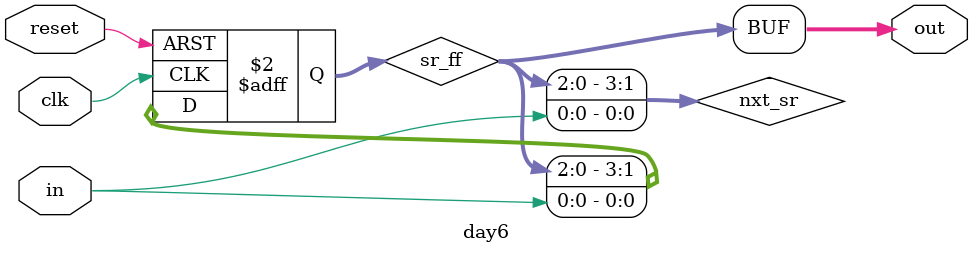
<source format=sv>
module day6(
  input logic clk,
  input logic reset,
  input logic in,      
  output logic [3:0] out
);

  logic [3:0] sr_ff;
  logic [3:0] nxt_sr;

  always_ff @(posedge clk or posedge reset)
    if (reset)
      sr_ff <= 4'h0;
    else
      sr_ff <= nxt_sr;

  assign nxt_sr = {sr_ff[2:0], in};

  assign out = sr_ff;

endmodule

</source>
